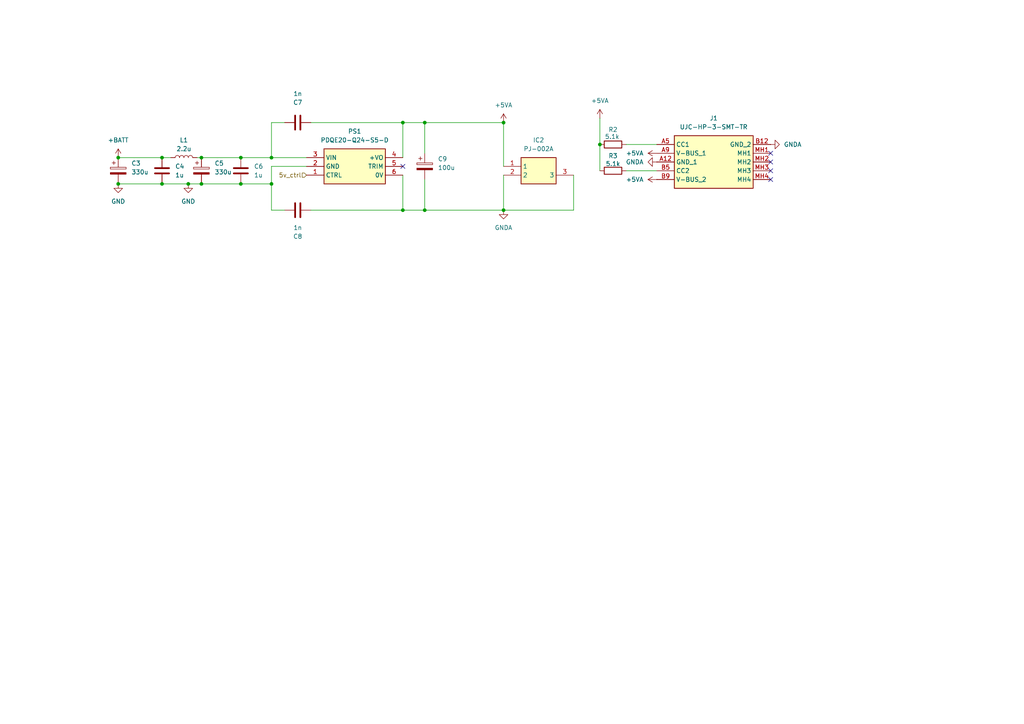
<source format=kicad_sch>
(kicad_sch (version 20231120) (generator "eeschema") (generator_version "8.0")
  (paper "A4")
  (lib_symbols
    (symbol "Device:C" (pin_numbers hide) (pin_names (offset 0.254))
      (property "Reference" "C" (at 0.635 2.54 0))
      (property "Value" "C" (at 0.635 -2.54 0))
      (symbol "C_0_1"
        (polyline (pts (xy -2.032 -0.762) (xy 2.032 -0.762)) (stroke (width 0.508)))
        (polyline (pts (xy -2.032 0.762) (xy 2.032 0.762)) (stroke (width 0.508)))
      )
      (symbol "C_1_1"
        (pin passive line (at 0 3.81 270) (length 2.794) (name "~") (number "1"))
        (pin passive line (at 0 -3.81 90) (length 2.794) (name "~") (number "2"))
      )
    )
    (symbol "Device:C_Polarized" (pin_numbers hide) (pin_names (offset 0.254))
      (property "Reference" "C" (at 0.635 2.54 0))
      (property "Value" "C_Polarized" (at 0.635 -2.54 0))
      (symbol "C_Polarized_0_1"
        (rectangle (start -2.286 0.508) (end 2.286 1.016))
        (polyline (pts (xy -1.778 2.286) (xy -0.762 2.286)))
        (polyline (pts (xy -1.27 2.794) (xy -1.27 1.778)))
        (rectangle (start 2.286 -0.508) (end -2.286 -1.016) (fill (type outline)))
      )
      (symbol "C_Polarized_1_1"
        (pin passive line (at 0 3.81 270) (length 2.794) (name "~") (number "1"))
        (pin passive line (at 0 -3.81 90) (length 2.794) (name "~") (number "2"))
      )
    )
    (symbol "Device:L" (pin_numbers hide) (pin_names (offset 1.016) hide)
      (property "Reference" "L" (at -1.27 0 90))
      (property "Value" "L" (at 1.905 0 90))
      (symbol "L_0_1"
        (arc (start 0 -2.54) (mid 0.6323 -1.905) (end 0 -1.27))
        (arc (start 0 -1.27) (mid 0.6323 -0.635) (end 0 0))
        (arc (start 0 0) (mid 0.6323 0.635) (end 0 1.27))
        (arc (start 0 1.27) (mid 0.6323 1.905) (end 0 2.54))
      )
      (symbol "L_1_1"
        (pin passive line (at 0 3.81 270) (length 1.27) (name "1") (number "1"))
        (pin passive line (at 0 -3.81 90) (length 1.27) (name "2") (number "2"))
      )
    )
    (symbol "Device:R" (pin_numbers hide) (pin_names (offset 0))
      (property "Reference" "R" (at 2.032 0 90))
      (property "Value" "R" (at 0 0 90))
      (symbol "R_0_1"
        (rectangle (start -1.016 -2.54) (end 1.016 2.54) (stroke (width 0.254)))
      )
      (symbol "R_1_1"
        (pin passive line (at 0 3.81 270) (length 1.27) (name "~") (number "1"))
        (pin passive line (at 0 -3.81 90) (length 1.27) (name "~") (number "2"))
      )
    )
    (symbol "power:+5VA" (power) (pin_numbers hide) (pin_names (offset 0) hide)
      (property "Value" "+5VA" (at 0 3.556 0))
      (symbol "+5VA_0_1"
        (polyline (pts (xy -0.762 1.27) (xy 0 2.54)))
        (polyline (pts (xy 0 0) (xy 0 2.54)))
        (polyline (pts (xy 0 2.54) (xy 0.762 1.27)))
      )
      (symbol "+5VA_1_1"
        (pin power_in line (at 0 0 90) (length 0) (name "~") (number "1"))
      )
    )
    (symbol "power:+BATT" (power) (pin_numbers hide) (pin_names (offset 0) hide)
      (property "Value" "+BATT" (at 0 3.556 0))
      (symbol "+BATT_0_1"
        (polyline (pts (xy -0.762 1.27) (xy 0 2.54)))
        (polyline (pts (xy 0 0) (xy 0 2.54)))
        (polyline (pts (xy 0 2.54) (xy 0.762 1.27)))
      )
      (symbol "+BATT_1_1"
        (pin power_in line (at 0 0 90) (length 0) (name "~") (number "1"))
      )
    )
    (symbol "power:GND" (power) (pin_numbers hide) (pin_names (offset 0) hide)
      (property "Value" "GND" (at 0 -3.81 0))
      (symbol "GND_0_1"
        (polyline (pts (xy 0 0) (xy 0 -1.27) (xy 1.27 -1.27) (xy 0 -2.54) (xy -1.27 -1.27) (xy 0 -1.27)))
      )
      (symbol "GND_1_1"
        (pin power_in line (at 0 0 270) (length 0) (name "~") (number "1"))
      )
    )
    (symbol "power:GNDA" (power) (pin_numbers hide) (pin_names (offset 0) hide)
      (property "Value" "GNDA" (at 0 -3.81 0))
      (symbol "GNDA_0_1"
        (polyline (pts (xy 0 0) (xy 0 -1.27) (xy 1.27 -1.27) (xy 0 -2.54) (xy -1.27 -1.27) (xy 0 -1.27)))
      )
      (symbol "GNDA_1_1"
        (pin power_in line (at 0 0 270) (length 0) (name "~") (number "1"))
      )
    )
    (symbol "power_board2:PDQE20-Q24-S5-D"
      (property "Reference" "PS" (at 24.13 7.62 0))
      (property "Value" "PDQE20-Q24-S5-D" (at 24.13 5.08 0))
      (symbol "PDQE20-Q24-S5-D_1_1"
        (rectangle (start 5.08 2.54) (end 22.86 -7.62) (stroke (width 0.254)) (fill (type background)))
        (pin passive line (at 0 0 0) (length 5.08) (name "CTRL") (number "1"))
        (pin passive line (at 0 -2.54 0) (length 5.08) (name "GND") (number "2"))
        (pin passive line (at 0 -5.08 0) (length 5.08) (name "VIN") (number "3"))
        (pin passive line (at 27.94 -5.08 180) (length 5.08) (name "+VO") (number "4"))
        (pin passive line (at 27.94 -2.54 180) (length 5.08) (name "TRIM") (number "5"))
        (pin passive line (at 27.94 0 180) (length 5.08) (name "0V") (number "6"))
      )
    )
    (symbol "power_board2:PJ-002A"
      (property "Reference" "IC" (at 16.51 7.62 0))
      (property "Value" "PJ-002A" (at 16.51 5.08 0))
      (symbol "PJ-002A_1_1"
        (rectangle (start 5.08 2.54) (end 15.24 -5.08) (stroke (width 0.254)) (fill (type background)))
        (pin passive line (at 20.32 -2.54 180) (length 5.08) (name "1") (number "1"))
        (pin passive line (at 20.32 0 180) (length 5.08) (name "2") (number "2"))
        (pin passive line (at 0 0 0) (length 5.08) (name "3") (number "3"))
      )
    )
    (symbol "power_board2:UJC-HP-3-SMT-TR"
      (property "Reference" "J" (at 29.21 7.62 0))
      (property "Value" "UJC-HP-3-SMT-TR" (at 29.21 5.08 0))
      (symbol "UJC-HP-3-SMT-TR_1_1"
        (rectangle (start 5.08 2.54) (end 27.94 -12.7) (stroke (width 0.254)) (fill (type background)))
        (pin passive line (at 0 -5.08 0) (length 5.08) (name "GND_1") (number "A12"))
        (pin passive line (at 0 0 0) (length 5.08) (name "CC1") (number "A5"))
        (pin passive line (at 0 -2.54 0) (length 5.08) (name "V-BUS_1") (number "A9"))
        (pin passive line (at 33.02 0 180) (length 5.08) (name "GND_2") (number "B12"))
        (pin passive line (at 0 -7.62 0) (length 5.08) (name "CC2") (number "B5"))
        (pin passive line (at 0 -10.16 0) (length 5.08) (name "V-BUS_2") (number "B9"))
        (pin passive line (at 33.02 -2.54 180) (length 5.08) (name "MH1") (number "MH1"))
        (pin passive line (at 33.02 -5.08 180) (length 5.08) (name "MH2") (number "MH2"))
        (pin passive line (at 33.02 -7.62 180) (length 5.08) (name "MH3") (number "MH3"))
        (pin passive line (at 33.02 -10.16 180) (length 5.08) (name "MH4") (number "MH4"))
      )
    )
  )
  (junction (at 173.99 41.91))
  (junction (at 58.42 45.72))
  (junction (at 116.84 35.56))
  (junction (at 69.85 45.72))
  (junction (at 116.84 60.96))
  (junction (at 46.99 45.72))
  (junction (at 69.85 53.34))
  (junction (at 34.29 45.72))
  (junction (at 146.05 35.56))
  (junction (at 146.05 60.96))
  (junction (at 46.99 53.34))
  (junction (at 78.74 53.34))
  (junction (at 123.19 35.56))
  (junction (at 54.61 53.34))
  (junction (at 123.19 60.96))
  (junction (at 34.29 53.34))
  (junction (at 58.42 53.34))
  (junction (at 78.74 45.72))
  (no_connect (at 223.52 44.45))
  (no_connect (at 116.84 48.26))
  (no_connect (at 223.52 52.07))
  (no_connect (at 223.52 46.99))
  (no_connect (at 223.52 49.53))
  (wire (pts (xy 46.99 45.72) (xy 49.53 45.72)))
  (wire (pts (xy 116.84 60.96) (xy 116.84 50.8)))
  (wire (pts (xy 78.74 60.96) (xy 82.55 60.96)))
  (wire (pts (xy 78.74 45.72) (xy 78.74 35.56)))
  (wire (pts (xy 88.9 48.26) (xy 78.74 48.26)))
  (wire (pts (xy 34.29 45.72) (xy 46.99 45.72)))
  (wire (pts (xy 123.19 60.96) (xy 123.19 52.07)))
  (wire (pts (xy 90.17 60.96) (xy 116.84 60.96)))
  (wire (pts (xy 116.84 35.56) (xy 123.19 35.56)))
  (wire (pts (xy 123.19 35.56) (xy 146.05 35.56)))
  (wire (pts (xy 69.85 45.72) (xy 78.74 45.72)))
  (wire (pts (xy 82.55 35.56) (xy 78.74 35.56)))
  (wire (pts (xy 78.74 45.72) (xy 88.9 45.72)))
  (wire (pts (xy 78.74 48.26) (xy 78.74 53.34)))
  (wire (pts (xy 54.61 53.34) (xy 58.42 53.34)))
  (wire (pts (xy 78.74 60.96) (xy 78.74 53.34)))
  (wire (pts (xy 166.37 50.8) (xy 166.37 60.96)))
  (wire (pts (xy 34.29 53.34) (xy 46.99 53.34)))
  (wire (pts (xy 116.84 60.96) (xy 123.19 60.96)))
  (wire (pts (xy 123.19 35.56) (xy 123.19 44.45)))
  (wire (pts (xy 173.99 34.29) (xy 173.99 41.91)))
  (wire (pts (xy 78.74 53.34) (xy 69.85 53.34)))
  (wire (pts (xy 181.61 49.53) (xy 190.5 49.53)))
  (wire (pts (xy 123.19 60.96) (xy 146.05 60.96)))
  (wire (pts (xy 146.05 35.56) (xy 146.05 48.26)))
  (wire (pts (xy 173.99 41.91) (xy 173.99 49.53)))
  (wire (pts (xy 146.05 60.96) (xy 146.05 50.8)))
  (wire (pts (xy 116.84 35.56) (xy 116.84 45.72)))
  (wire (pts (xy 166.37 60.96) (xy 146.05 60.96)))
  (wire (pts (xy 90.17 35.56) (xy 116.84 35.56)))
  (wire (pts (xy 46.99 53.34) (xy 54.61 53.34)))
  (wire (pts (xy 58.42 53.34) (xy 69.85 53.34)))
  (wire (pts (xy 58.42 45.72) (xy 69.85 45.72)))
  (wire (pts (xy 181.61 41.91) (xy 190.5 41.91)))
  (wire (pts (xy 57.15 45.72) (xy 58.42 45.72)))
  (hierarchical_label "5v_ctrl" (shape input) (at 88.9 50.8 180))
  (symbol (lib_id "Device:C") (at 86.36 60.96 90) (mirror x) (unit 1)
    (property "Reference" "C8" (at 86.36 68.58 90))
    (property "Value" "1n" (at 86.36 66.04 90))
    (property "Footprint" "power_board2:GR442QR73D821KW010" (effects (hide yes)))
    (property "Description" "Unpolarized capacitor" (effects (hide yes)))
  )
  (symbol (lib_id "Device:C") (at 46.99 49.53 0) (unit 1)
    (property "Reference" "C4" (at 50.8 48.2599 0) (effects (justify left)))
    (property "Value" "1u" (at 50.8 50.7999 0) (effects (justify left)))
    (property "Footprint" "Capacitor_SMD:C_0603_1608Metric" (effects (hide yes)))
    (property "Description" "Unpolarized capacitor" (effects (hide yes)))
  )
  (symbol (lib_id "power:GND") (at 34.29 53.34 0) (unit 1)
    (property "Reference" "#PWR012" (effects (hide yes)))
    (property "Value" "GND" (at 34.29 58.42 0))
    (property "Description" "Power symbol creates a global label with name \"GND\" , ground" (effects (hide yes)))
  )
  (symbol (lib_id "power:+5VA") (at 190.5 44.45 90) (unit 1)
    (property "Reference" "#PWR017" (effects (hide yes)))
    (property "Value" "+5VA" (at 186.69 44.4499 90) (effects (justify left)))
    (property "Description" "Power symbol creates a global label with name \"+5VA\"" (effects (hide yes)))
  )
  (symbol (lib_id "Device:C") (at 86.36 35.56 90) (mirror x) (unit 1)
    (property "Reference" "C7" (at 86.36 29.718 90))
    (property "Value" "1n" (at 86.36 27.178 90))
    (property "Footprint" "power_board2:GR442QR73D821KW010" (effects (hide yes)))
    (property "Description" "Unpolarized capacitor" (effects (hide yes)))
  )
  (symbol (lib_id "power:+BATT") (at 34.29 45.72 0) (unit 1)
    (property "Reference" "#PWR011" (effects (hide yes)))
    (property "Value" "+BATT" (at 34.29 40.64 0))
    (property "Description" "Power symbol creates a global label with name \"+BATT\"" (effects (hide yes)))
  )
  (symbol (lib_id "Device:C_Polarized") (at 58.42 49.53 0) (unit 1)
    (property "Reference" "C5" (at 62.23 47.3709 0) (effects (justify left)))
    (property "Value" "330u" (at 62.23 49.9109 0) (effects (justify left)))
    (property "Footprint" "power_board2:CAPPRD500W65D1025H1350" (effects (hide yes)))
    (property "Description" "Polarized capacitor" (effects (hide yes)))
  )
  (symbol (lib_id "Device:L") (at 53.34 45.72 90) (unit 1)
    (property "Reference" "L1" (at 53.34 40.64 90))
    (property "Value" "2.2u" (at 53.34 43.18 90))
    (property "Footprint" "power_board2:ASPI6045T2R2NT" (effects (hide yes)))
    (property "Description" "Inductor" (effects (hide yes)))
  )
  (symbol (lib_id "power:+5VA") (at 146.05 35.56 0) (unit 1)
    (property "Reference" "#PWR014" (effects (hide yes)))
    (property "Value" "+5VA" (at 146.05 30.48 0))
    (property "Description" "Power symbol creates a global label with name \"+5VA\"" (effects (hide yes)))
  )
  (symbol (lib_id "power:GNDA") (at 146.05 60.96 0) (unit 1)
    (property "Reference" "#PWR015" (effects (hide yes)))
    (property "Value" "GNDA" (at 146.05 66.04 0))
    (property "Description" "Power symbol creates a global label with name \"GNDA\" , analog ground" (effects (hide yes)))
  )
  (symbol (lib_id "Device:C_Polarized") (at 123.19 48.26 0) (unit 1)
    (property "Reference" "C9" (at 127 46.1009 0) (effects (justify left)))
    (property "Value" "100u" (at 127 48.6409 0) (effects (justify left)))
    (property "Footprint" "power_board2:CAPPRD250W55D655H1220" (effects (hide yes)))
    (property "Description" "Polarized capacitor" (effects (hide yes)))
  )
  (symbol (lib_id "power_board2:PJ-002A") (at 166.37 50.8 180) (unit 1)
    (property "Reference" "IC2" (at 156.21 40.64 0))
    (property "Value" "PJ-002A" (at 156.21 43.18 0))
    (property "Footprint" "power_board2:PJ002A" (effects (hide yes)))
    (property "Datasheet" "https://www.cui.com/product/resource/digikeypdf/pj-002a.pdf" (effects (hide yes)))
    (property "Description" "CONN PWR JACK 2X5.5MM SOLDER" (effects (hide yes)))
    (property "Height" "11" (effects (hide yes)))
    (property "Mouser Part Number" "490-PJ-002A" (effects (hide yes)))
    (property "Mouser Price/Stock" "https://www.mouser.co.uk/ProductDetail/CUI-Devices/PJ-002A?qs=WyjlAZoYn51CKfAix9Mngw%3D%3D" (effects (hide yes)))
    (property "Manufacturer_Name" "CUI Devices" (effects (hide yes)))
    (property "Manufacturer_Part_Number" "PJ-002A" (effects (hide yes)))
  )
  (symbol (lib_id "power:GNDA") (at 190.5 46.99 270) (unit 1)
    (property "Reference" "#PWR018" (effects (hide yes)))
    (property "Value" "GNDA" (at 186.69 46.9899 90) (effects (justify right)))
    (property "Description" "Power symbol creates a global label with name \"GNDA\" , analog ground" (effects (hide yes)))
  )
  (symbol (lib_id "power:+5VA") (at 173.99 34.29 0) (unit 1)
    (property "Reference" "#PWR016" (effects (hide yes)))
    (property "Value" "+5VA" (at 173.99 29.21 0))
    (property "Description" "Power symbol creates a global label with name \"+5VA\"" (effects (hide yes)))
  )
  (symbol (lib_id "Device:R") (at 177.8 49.53 90) (unit 1)
    (property "Reference" "R3" (at 177.8 45.212 90))
    (property "Value" "5.1k" (at 177.8 47.498 90))
    (property "Footprint" "Resistor_SMD:R_0603_1608Metric" (effects (hide yes)))
    (property "Description" "Resistor" (effects (hide yes)))
  )
  (symbol (lib_id "Device:C") (at 69.85 49.53 0) (unit 1)
    (property "Reference" "C6" (at 73.66 48.2599 0) (effects (justify left)))
    (property "Value" "1u" (at 73.66 50.7999 0) (effects (justify left)))
    (property "Footprint" "Capacitor_SMD:C_0603_1608Metric" (effects (hide yes)))
    (property "Description" "Unpolarized capacitor" (effects (hide yes)))
  )
  (symbol (lib_id "power:GNDA") (at 223.52 41.91 90) (unit 1)
    (property "Reference" "#PWR020" (effects (hide yes)))
    (property "Value" "GNDA" (at 227.33 41.9099 90) (effects (justify right)))
    (property "Description" "Power symbol creates a global label with name \"GNDA\" , analog ground" (effects (hide yes)))
  )
  (symbol (lib_id "power_board2:PDQE20-Q24-S5-D") (at 88.9 50.8 0) (mirror x) (unit 1)
    (property "Reference" "PS1" (at 102.87 38.1 0))
    (property "Value" "PDQE20-Q24-S5-D" (at 102.87 40.64 0))
    (property "Footprint" "power_board2:PDQE15Q24S5D" (effects (hide yes)))
    (property "Datasheet" "https://www.cui.com/product/resource/pdqe20-d.pdf" (effects (hide yes)))
    (property "Description" "Isolated DC/DC Converters isolated, 20 W, 9 36 Vdc input, 5 Vdc, 4 A, single regulated output, DIP" (effects (hide yes)))
    (property "Height" "12.2" (effects (hide yes)))
    (property "Mouser Part Number" "490-PDQE20-Q24-S5-D" (effects (hide yes)))
    (property "Mouser Price/Stock" "https://www.mouser.co.uk/ProductDetail/CUI-Inc/PDQE20-Q24-S5-D?qs=T3oQrply3y%2FtCzjhZ6U7qw%3D%3D" (effects (hide yes)))
    (property "Manufacturer_Name" "CUI Inc." (effects (hide yes)))
    (property "Manufacturer_Part_Number" "PDQE20-Q24-S5-D" (effects (hide yes)))
  )
  (symbol (lib_id "power:+5VA") (at 190.5 52.07 90) (unit 1)
    (property "Reference" "#PWR019" (effects (hide yes)))
    (property "Value" "+5VA" (at 186.69 52.0699 90) (effects (justify left)))
    (property "Description" "Power symbol creates a global label with name \"+5VA\"" (effects (hide yes)))
  )
  (symbol (lib_id "power:GND") (at 54.61 53.34 0) (unit 1)
    (property "Reference" "#PWR013" (effects (hide yes)))
    (property "Value" "GND" (at 54.61 58.42 0))
    (property "Description" "Power symbol creates a global label with name \"GND\" , ground" (effects (hide yes)))
  )
  (symbol (lib_id "Device:C_Polarized") (at 34.29 49.53 0) (unit 1)
    (property "Reference" "C3" (at 38.1 47.3709 0) (effects (justify left)))
    (property "Value" "330u" (at 38.1 49.9109 0) (effects (justify left)))
    (property "Footprint" "power_board2:CAPPRD500W65D1025H1350" (effects (hide yes)))
    (property "Description" "Polarized capacitor" (effects (hide yes)))
  )
  (symbol (lib_id "power_board2:UJC-HP-3-SMT-TR") (at 190.5 41.91 0) (unit 1)
    (property "Reference" "J1" (at 207.01 34.29 0))
    (property "Value" "UJC-HP-3-SMT-TR" (at 207.01 36.83 0))
    (property "Footprint" "power_board2:UJCHP3SMTTR" (effects (hide yes)))
    (property "Description" "USB-C (USB TYPE-C) Receptacle Connector 24 (6+18 Dummy) Position Surface Mount, Right Angle; Through Hole" (effects (hide yes)))
    (property "Height" "3.36" (effects (hide yes)))
    (property "Mouser Part Number" "490-UJC-HP-3-SMT-TR" (effects (hide yes)))
    (property "Mouser Price/Stock" "https://www.mouser.co.uk/ProductDetail/CUI-Devices/UJC-HP-3-SMT-TR?qs=vmHwEFxEFR%252BLRSV%252Bufrn1g%3D%3D" (effects (hide yes)))
    (property "Manufacturer_Name" "CUI Devices" (effects (hide yes)))
    (property "Manufacturer_Part_Number" "UJC-HP-3-SMT-TR" (effects (hide yes)))
  )
  (symbol (lib_id "Device:R") (at 177.8 41.91 90) (unit 1)
    (property "Reference" "R2" (at 177.8 37.592 90))
    (property "Value" "5.1k" (at 177.546 39.624 90))
    (property "Footprint" "Resistor_SMD:R_0603_1608Metric" (effects (hide yes)))
    (property "Description" "Resistor" (effects (hide yes)))
  )
)
</source>
